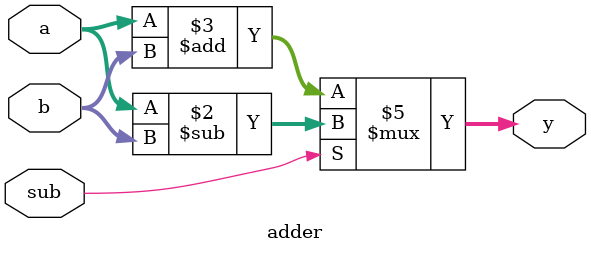
<source format=sv>
module adder 
    #(parameter WIDTH = 8)
    (input logic sub,
	input logic [WIDTH-1:0] a, b,
    output logic [WIDTH-1:0] y);

	always_comb
	if(sub)
		begin
			y = a - b;
		end
	else
		begin
			y = a + b;
		end
endmodule

</source>
